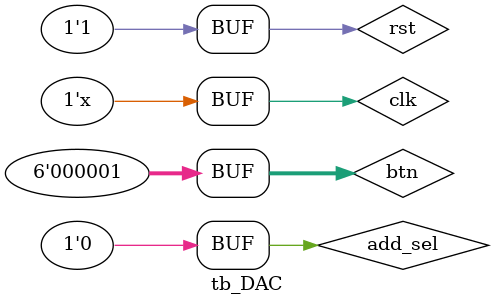
<source format=v>
`timescale 1us / 1ns
module tb_DAC();

//module DAC(clk, rst, btn, add_sel, dac_csn, dac_ldacn, dac_wrn, dac_a_b, dac_d, led_out);

reg clk, rst;
reg [5:0] btn;
reg add_sel;

wire dac_csn, dac_ldacn, dac_wrn, dac_a_b;
wire [7:0] dac_d;
wire [7:0] led_out;

DAC D1(clk, rst, btn, add_sel, dac_csn, dac_ldacn, dac_wrn, dac_a_b, dac_d, led_out);

initial begin
    clk <= 0;
    rst <= 0;
    add_sel <= 0;
    btn <= 0;
    #10 rst <= 1;
    #10 rst <= 0;
    #10 rst <= 1;
    #1e+6 btn <= 6'b010000; // +1
    //#10 btn <= 0;
    
    #1e+6 btn <= 6'b000001;  //+8
    //#10 btn <= 0;
    
    end
    
    always begin
    #0.5 clk <= ~clk;
    end
    endmodule
</source>
